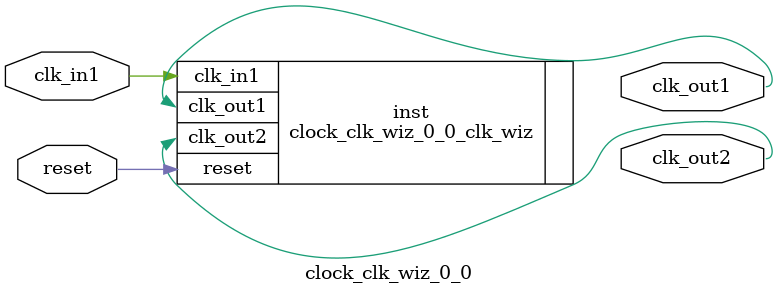
<source format=v>


`timescale 1ps/1ps

(* CORE_GENERATION_INFO = "clock_clk_wiz_0_0,clk_wiz_v6_0_0_0,{component_name=clock_clk_wiz_0_0,use_phase_alignment=true,use_min_o_jitter=false,use_max_i_jitter=false,use_dyn_phase_shift=false,use_inclk_switchover=false,use_dyn_reconfig=false,enable_axi=0,feedback_source=FDBK_AUTO,PRIMITIVE=MMCM,num_out_clk=2,clkin1_period=8.000,clkin2_period=10.0,use_power_down=false,use_reset=true,use_locked=false,use_inclk_stopped=false,feedback_type=SINGLE,CLOCK_MGR_TYPE=NA,manual_override=false}" *)

module clock_clk_wiz_0_0 
 (
  // Clock out ports
  output        clk_out1,
  output        clk_out2,
  // Status and control signals
  input         reset,
 // Clock in ports
  input         clk_in1
 );

  clock_clk_wiz_0_0_clk_wiz inst
  (
  // Clock out ports  
  .clk_out1(clk_out1),
  .clk_out2(clk_out2),
  // Status and control signals               
  .reset(reset), 
 // Clock in ports
  .clk_in1(clk_in1)
  );

endmodule

</source>
